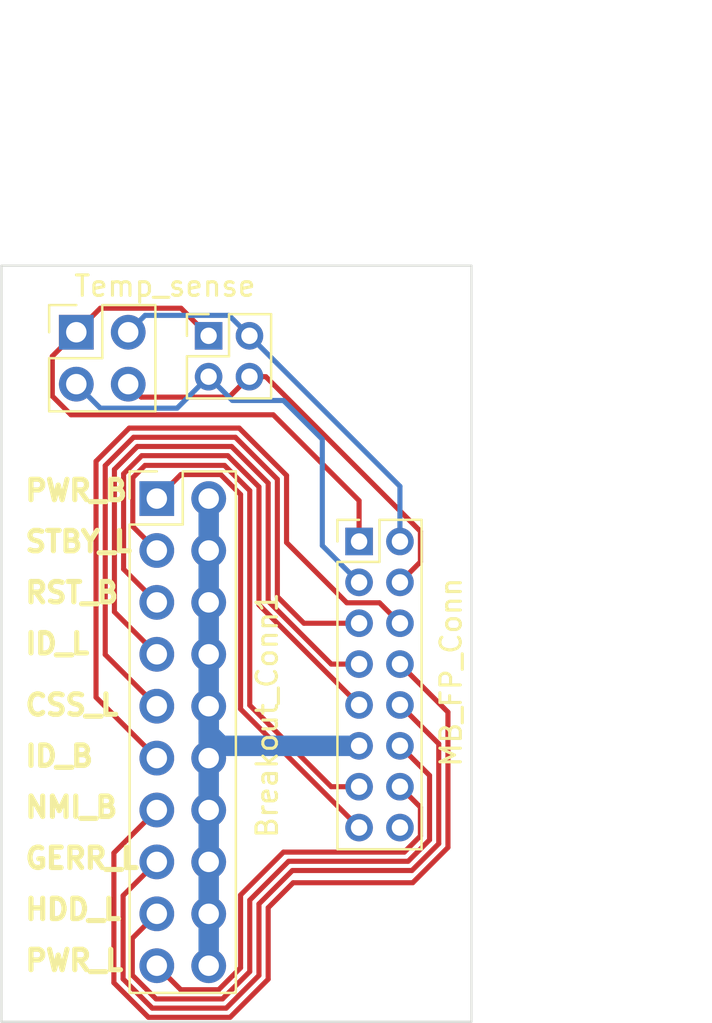
<source format=kicad_pcb>
(kicad_pcb (version 20221018) (generator pcbnew)
  (layers (0 "F.Cu" signal) (31 "B.Cu" signal) (34 "B.Paste" user) (35 "F.Paste" user) (36 "B.SilkS" user "B.Silkscreen") (37 "F.SilkS" user "F.Silkscreen") (38 "B.Mask" user) (39 "F.Mask" user) (44 "Edge.Cuts" user))
  (net 0 "")
  (net 1 "/SDA")
  (net 3 "/PWR_BTN")
  (net 4 "/GND")
  (net 5 "/Standby_LED")
  (net 6 "/Reset_BTN")
  (net 7 "/ID_LED")
  (net 8 "/CSS_LED")
  (net 9 "/ID_BTN")
  (net 10 "/NMI_BTN")
  (net 11 "/GErr_LED")
  (net 12 "/HDD_LED")
  (net 13 "/PWR_LED")
  (net 14 "/3.3v")
  (net 15 "/SCL")
  (footprint "MountingHole:MountingHole_3.5mm" (layer "F.Cu") (at 35.5 48)
    (fp_text reference "REF**" hide)
    (fp_text value "MountingHole_3.5mm" hide)
    (pad "" np_thru_hole circle (at 0 0) (size 3.5 3.5) (drill 3.5) (layers "*.Cu" "*.Mask"))
  )
  (footprint "Connector_PinHeader_2.00mm:PinHeader_2x08_P2.00mm_Vertical" (layer "F.Cu") (at 34.5 57.5)
    (fp_text reference "MB_FP_Conn1" hide)
    (fp_text value "MB_FP_Conn" (at 4.5 6.4 90) (layer "F.SilkS"))
    (fp_line (start -1.06 -1.06) (end 0 -1.06) (stroke (width 0.12)) (layer "F.SilkS"))
    (fp_line (start -1.06 0) (end -1.06 -1.06) (stroke (width 0.12)) (layer "F.SilkS"))
    (fp_line (start -1.06 1) (end -1.06 15.06) (stroke (width 0.12)) (layer "F.SilkS"))
    (fp_line (start -1.06 1) (end 1 1) (stroke (width 0.12)) (layer "F.SilkS"))
    (fp_line (start -1.06 15.06) (end 3.06 15.06) (stroke (width 0.12)) (layer "F.SilkS"))
    (fp_line (start 1 -1.06) (end 3.06 -1.06) (stroke (width 0.12)) (layer "F.SilkS"))
    (fp_line (start 1 1) (end 1 -1.06) (stroke (width 0.12)) (layer "F.SilkS"))
    (fp_line (start 3.06 -1.06) (end 3.06 15.06) (stroke (width 0.12)) (layer "F.SilkS"))
    (pad "1" thru_hole rect (at 0 0) (size 1.35 1.35) (drill 0.8) (layers "*.Cu" "*.Mask") (net 1 "/SDA"))
    (pad "2" thru_hole oval (at 2 0) (size 1.35 1.35) (drill 0.8) (layers "*.Cu" "*.Mask") (net 14 "/3.3v"))
    (pad "3" thru_hole oval (at 0 2) (size 1.35 1.35) (drill 0.8) (layers "*.Cu" "*.Mask") (net 4 "/GND"))
    (pad "4" thru_hole oval (at 2 2) (size 1.35 1.35) (drill 0.8) (layers "*.Cu" "*.Mask") (net 15 "/SCL"))
    (pad "5" thru_hole oval (at 0 4) (size 1.35 1.35) (drill 0.8) (layers "*.Cu" "*.Mask") (net 8 "/CSS_LED"))
    (pad "6" thru_hole oval (at 2 4) (size 1.35 1.35) (drill 0.8) (layers "*.Cu" "*.Mask") (net 9 "/ID_BTN"))
    (pad "7" thru_hole oval (at 0 6) (size 1.35 1.35) (drill 0.8) (layers "*.Cu" "*.Mask") (net 7 "/ID_LED"))
    (pad "8" thru_hole oval (at 2 6) (size 1.35 1.35) (drill 0.8) (layers "*.Cu" "*.Mask") (net 10 "/NMI_BTN"))
    (pad "9" thru_hole oval (at 0 8) (size 1.35 1.35) (drill 0.8) (layers "*.Cu" "*.Mask") (net 6 "/Reset_BTN"))
    (pad "10" thru_hole oval (at 2 8) (size 1.35 1.35) (drill 0.8) (layers "*.Cu" "*.Mask") (net 11 "/GErr_LED"))
    (pad "11" thru_hole oval (at 0 10) (size 1.35 1.35) (drill 0.8) (layers "*.Cu" "*.Mask") (net 4 "/GND"))
    (pad "12" thru_hole oval (at 2 10) (size 1.35 1.35) (drill 0.8) (layers "*.Cu" "*.Mask") (net 12 "/HDD_LED"))
    (pad "13" thru_hole oval (at 0 12) (size 1.35 1.35) (drill 0.8) (layers "*.Cu" "*.Mask") (net 5 "/Standby_LED"))
    (pad "14" thru_hole oval (at 2 12) (size 1.35 1.35) (drill 0.8) (layers "*.Cu" "*.Mask") (net 13 "/PWR_LED"))
    (pad "15" thru_hole oval (at 0 14) (size 1.35 1.35) (drill 0.8) (layers "*.Cu" "*.Mask") (net 3 "/PWR_BTN"))
    (pad "16" thru_hole oval (at 2 14) (size 1.35 1.35) (drill 0.8) (layers "*.Cu" "*.Mask"))
  )
  (footprint "Connector_PinHeader_2.54mm:PinHeader_2x10_P2.54mm_Vertical" (layer "F.Cu") (at 24.6 55.4)
    (fp_text reference "Breakout_Conn1" (at 5.4 10.6 90) (layer "F.SilkS"))
    (fp_text value "Breakout_Conn" hide)
    (fp_line (start -1.33 -1.33) (end 0 -1.33) (stroke (width 0.12)) (layer "F.SilkS"))
    (fp_line (start -1.33 0) (end -1.33 -1.33) (stroke (width 0.12)) (layer "F.SilkS"))
    (fp_line (start -1.33 1.27) (end -1.33 24.19) (stroke (width 0.12)) (layer "F.SilkS"))
    (fp_line (start -1.33 1.27) (end 1.27 1.27) (stroke (width 0.12)) (layer "F.SilkS"))
    (fp_line (start -1.33 24.19) (end 3.87 24.19) (stroke (width 0.12)) (layer "F.SilkS"))
    (fp_line (start 1.27 -1.33) (end 3.87 -1.33) (stroke (width 0.12)) (layer "F.SilkS"))
    (fp_line (start 1.27 1.27) (end 1.27 -1.33) (stroke (width 0.12)) (layer "F.SilkS"))
    (fp_line (start 3.87 -1.33) (end 3.87 24.19) (stroke (width 0.12)) (layer "F.SilkS"))
    (pad "1" thru_hole rect (at 0 0) (size 1.7 1.7) (drill 1) (layers "*.Cu" "*.Mask") (net 3 "/PWR_BTN"))
    (pad "2" thru_hole oval (at 2.54 0) (size 1.7 1.7) (drill 1) (layers "*.Cu" "*.Mask") (net 4 "/GND"))
    (pad "3" thru_hole oval (at 0 2.54) (size 1.7 1.7) (drill 1) (layers "*.Cu" "*.Mask") (net 5 "/Standby_LED"))
    (pad "4" thru_hole oval (at 2.54 2.54) (size 1.7 1.7) (drill 1) (layers "*.Cu" "*.Mask") (net 4 "/GND"))
    (pad "5" thru_hole oval (at 0 5.08) (size 1.7 1.7) (drill 1) (layers "*.Cu" "*.Mask") (net 6 "/Reset_BTN"))
    (pad "6" thru_hole oval (at 2.54 5.08) (size 1.7 1.7) (drill 1) (layers "*.Cu" "*.Mask") (net 4 "/GND"))
    (pad "7" thru_hole oval (at 0 7.62) (size 1.7 1.7) (drill 1) (layers "*.Cu" "*.Mask") (net 7 "/ID_LED"))
    (pad "8" thru_hole oval (at 2.54 7.62) (size 1.7 1.7) (drill 1) (layers "*.Cu" "*.Mask") (net 4 "/GND"))
    (pad "9" thru_hole oval (at 0 10.16) (size 1.7 1.7) (drill 1) (layers "*.Cu" "*.Mask") (net 8 "/CSS_LED"))
    (pad "10" thru_hole oval (at 2.54 10.16) (size 1.7 1.7) (drill 1) (layers "*.Cu" "*.Mask") (net 4 "/GND"))
    (pad "11" thru_hole oval (at 0 12.7) (size 1.7 1.7) (drill 1) (layers "*.Cu" "*.Mask") (net 9 "/ID_BTN"))
    (pad "12" thru_hole oval (at 2.54 12.7) (size 1.7 1.7) (drill 1) (layers "*.Cu" "*.Mask") (net 4 "/GND"))
    (pad "13" thru_hole oval (at 0 15.24) (size 1.7 1.7) (drill 1) (layers "*.Cu" "*.Mask") (net 10 "/NMI_BTN"))
    (pad "14" thru_hole oval (at 2.54 15.24) (size 1.7 1.7) (drill 1) (layers "*.Cu" "*.Mask") (net 4 "/GND"))
    (pad "15" thru_hole oval (at 0 17.78) (size 1.7 1.7) (drill 1) (layers "*.Cu" "*.Mask") (net 11 "/GErr_LED"))
    (pad "16" thru_hole oval (at 2.54 17.78) (size 1.7 1.7) (drill 1) (layers "*.Cu" "*.Mask") (net 4 "/GND"))
    (pad "17" thru_hole oval (at 0 20.32) (size 1.7 1.7) (drill 1) (layers "*.Cu" "*.Mask") (net 12 "/HDD_LED"))
    (pad "18" thru_hole oval (at 2.54 20.32) (size 1.7 1.7) (drill 1) (layers "*.Cu" "*.Mask") (net 4 "/GND"))
    (pad "19" thru_hole oval (at 0 22.86) (size 1.7 1.7) (drill 1) (layers "*.Cu" "*.Mask") (net 13 "/PWR_LED"))
    (pad "20" thru_hole oval (at 2.54 22.86) (size 1.7 1.7) (drill 1) (layers "*.Cu" "*.Mask") (net 4 "/GND"))
  )
  (footprint "Connector_PinHeader_2.54mm:PinHeader_2x02_P2.54mm_Vertical" (layer "F.Cu") (at 20.66 47.26)
    (fp_text reference "Temp_sense" (at 4.34 -2.26) (layer "F.SilkS"))
    (fp_text value "Temp_sense2" hide)
    (fp_line (start -1.33 -1.33) (end 0 -1.33) (stroke (width 0.12)) (layer "F.SilkS"))
    (fp_line (start -1.33 0) (end -1.33 -1.33) (stroke (width 0.12)) (layer "F.SilkS"))
    (fp_line (start -1.33 1.27) (end -1.33 3.87) (stroke (width 0.12)) (layer "F.SilkS"))
    (fp_line (start -1.33 1.27) (end 1.27 1.27) (stroke (width 0.12)) (layer "F.SilkS"))
    (fp_line (start -1.33 3.87) (end 3.87 3.87) (stroke (width 0.12)) (layer "F.SilkS"))
    (fp_line (start 1.27 -1.33) (end 3.87 -1.33) (stroke (width 0.12)) (layer "F.SilkS"))
    (fp_line (start 1.27 1.27) (end 1.27 -1.33) (stroke (width 0.12)) (layer "F.SilkS"))
    (fp_line (start 3.87 -1.33) (end 3.87 3.87) (stroke (width 0.12)) (layer "F.SilkS"))
    (pad "1" thru_hole rect (at 0 0) (size 1.7 1.7) (drill 1) (layers "*.Cu" "*.Mask") (net 1 "/SDA"))
    (pad "2" thru_hole oval (at 2.54 0) (size 1.7 1.7) (drill 1) (layers "*.Cu" "*.Mask") (net 14 "/3.3v"))
    (pad "3" thru_hole oval (at 0 2.54) (size 1.7 1.7) (drill 1) (layers "*.Cu" "*.Mask") (net 4 "/GND"))
    (pad "4" thru_hole oval (at 2.54 2.54) (size 1.7 1.7) (drill 1) (layers "*.Cu" "*.Mask") (net 15 "/SCL"))
  )
  (footprint "Connector_PinHeader_2.00mm:PinHeader_2x02_P2.00mm_Vertical" (layer "F.Cu") (at 27.135 47.435)
    (fp_text reference "Temp_sense2" hide)
    (fp_text value "Temp_sense" hide)
    (fp_line (start -1.06 -1.06) (end 0 -1.06) (stroke (width 0.12)) (layer "F.SilkS"))
    (fp_line (start -1.06 0) (end -1.06 -1.06) (stroke (width 0.12)) (layer "F.SilkS"))
    (fp_line (start -1.06 1) (end -1.06 3.06) (stroke (width 0.12)) (layer "F.SilkS"))
    (fp_line (start -1.06 1) (end 1 1) (stroke (width 0.12)) (layer "F.SilkS"))
    (fp_line (start -1.06 3.06) (end 3.06 3.06) (stroke (width 0.12)) (layer "F.SilkS"))
    (fp_line (start 1 -1.06) (end 3.06 -1.06) (stroke (width 0.12)) (layer "F.SilkS"))
    (fp_line (start 1 1) (end 1 -1.06) (stroke (width 0.12)) (layer "F.SilkS"))
    (fp_line (start 3.06 -1.06) (end 3.06 3.06) (stroke (width 0.12)) (layer "F.SilkS"))
    (pad "1" thru_hole rect (at 0 0) (size 1.35 1.35) (drill 0.8) (layers "*.Cu" "*.Mask") (net 1 "/SDA"))
    (pad "2" thru_hole oval (at 2 0) (size 1.35 1.35) (drill 0.8) (layers "*.Cu" "*.Mask") (net 14 "/3.3v"))
    (pad "3" thru_hole oval (at 0 2) (size 1.35 1.35) (drill 0.8) (layers "*.Cu" "*.Mask") (net 4 "/GND"))
    (pad "4" thru_hole oval (at 2 2) (size 1.35 1.35) (drill 0.8) (layers "*.Cu" "*.Mask") (net 15 "/SCL"))
  )
  (gr_line (start 40 44) (end 40 81) (stroke (width 0.1)) (layer "Edge.Cuts"))
  (gr_line (start 17 44) (end 40 44) (stroke (width 0.1)) (layer "Edge.Cuts"))
  (gr_line (start 17 81) (end 17 44) (stroke (width 0.1)) (layer "Edge.Cuts"))
  (gr_line (start 40 81) (end 17 81) (stroke (width 0.1)) (layer "Edge.Cuts"))
  (gr_text "ID_B" (at 18.04 68.59) (layer "F.SilkS") (effects (font (size 1 1) (thickness 0.25) bold) (justify left bottom)))
  (gr_text "ID_L" (at 18.04 63.09) (layer "F.SilkS") (effects (font (size 1 1) (thickness 0.25) bold) (justify left bottom)))
  (gr_text "NMI_B" (at 18.04 71.09) (layer "F.SilkS") (effects (font (size 1 1) (thickness 0.25) bold) (justify left bottom)))
  (gr_text "GERR_L" (at 18.04 73.59) (layer "F.SilkS") (effects (font (size 1 1) (thickness 0.25) bold) (justify left bottom)))
  (gr_text "CSS_L" (at 18.04 66.09) (layer "F.SilkS") (effects (font (size 1 1) (thickness 0.25) bold) (justify left bottom)))
  (gr_text "HDD_L" (at 18.04 76.09) (layer "F.SilkS") (effects (font (size 1 1) (thickness 0.25) bold) (justify left bottom)))
  (gr_text "PWR_B" (at 18.04 55.59) (layer "F.SilkS") (effects (font (size 1 1) (thickness 0.25) bold) (justify left bottom)))
  (gr_text "RST_B" (at 18.04 60.59) (layer "F.SilkS") (effects (font (size 1 1) (thickness 0.25) bold) (justify left bottom)))
  (gr_text "STBY_L" (at 18.04 58.09) (layer "F.SilkS") (effects (font (size 1 1) (thickness 0.25) bold) (justify left bottom)))
  (gr_text "PWR_L" (at 18.04 78.59) (layer "F.SilkS") (effects (font (size 1 1) (thickness 0.25) bold) (justify left bottom)))
  (segment (start 34.5 55.5) (end 34.5 57.5) (width 0.25) (layer "F.Cu") (net 1))
  (segment (start 19.485 48.435) (end 19.485 50.385) (width 0.25) (layer "F.Cu") (net 1))
  (segment (start 25.785 46.085) (end 27.135 47.435) (width 0.25) (layer "F.Cu") (net 1))
  (segment (start 20.66 47.26) (end 19.485 48.435) (width 0.25) (layer "F.Cu") (net 1))
  (segment (start 20.66 47.26) (end 21.835 46.085) (width 0.25) (layer "F.Cu") (net 1))
  (segment (start 20.4 51.3) (end 30.3 51.3) (width 0.25) (layer "F.Cu") (net 1))
  (segment (start 21.835 46.085) (end 25.785 46.085) (width 0.25) (layer "F.Cu") (net 1))
  (segment (start 30.3 51.3) (end 34.5 55.5) (width 0.25) (layer "F.Cu") (net 1))
  (segment (start 19.485 50.385) (end 20.4 51.3) (width 0.25) (layer "F.Cu") (net 1))
  (segment (start 28.7 65.7) (end 34.5 71.5) (width 0.25) (layer "F.Cu") (net 3))
  (segment (start 27.725 54.225) (end 28.7 55.2) (width 0.25) (layer "F.Cu") (net 3))
  (segment (start 28.7 55.2) (end 28.7 65.7) (width 0.25) (layer "F.Cu") (net 3))
  (segment (start 24.6 55.4) (end 25.775 54.225) (width 0.25) (layer "F.Cu") (net 3))
  (segment (start 25.775 54.225) (end 27.725 54.225) (width 0.25) (layer "F.Cu") (net 3))
  (segment (start 32.7 57.7) (end 32.7 52.5) (width 0.25) (layer "B.Cu") (net 4))
  (segment (start 27.14 55.4) (end 27.14 78.26) (width 1) (layer "B.Cu") (net 4))
  (segment (start 25.595 50.975) (end 21.835 50.975) (width 0.25) (layer "B.Cu") (net 4))
  (segment (start 27.14 66.9) (end 27.74 67.5) (width 1) (layer "B.Cu") (net 4))
  (segment (start 34.5 67.5) (end 27.74 67.5) (width 1) (layer "B.Cu") (net 4))
  (segment (start 27.74 67.5) (end 27.14 68.1) (width 1) (layer "B.Cu") (net 4))
  (segment (start 30.8 50.6) (end 28.3 50.6) (width 0.25) (layer "B.Cu") (net 4))
  (segment (start 27.135 49.435) (end 25.595 50.975) (width 0.25) (layer "B.Cu") (net 4))
  (segment (start 34.5 59.5) (end 32.7 57.7) (width 0.25) (layer "B.Cu") (net 4))
  (segment (start 28.3 50.6) (end 27.135 49.435) (width 0.25) (layer "B.Cu") (net 4))
  (segment (start 21.835 50.975) (end 20.66 49.8) (width 0.25) (layer "B.Cu") (net 4))
  (segment (start 32.7 52.5) (end 30.8 50.6) (width 0.25) (layer "B.Cu") (net 4))
  (segment (start 27.14 65.56) (end 27.14 66.9) (width 1) (layer "B.Cu") (net 4))
  (segment (start 29.15 65.513604) (end 29.15 55.013604) (width 0.25) (layer "F.Cu") (net 5))
  (segment (start 23.425 56.765) (end 24.6 57.94) (width 0.25) (layer "F.Cu") (net 5))
  (segment (start 24.025 53.775) (end 23.425 54.375) (width 0.25) (layer "F.Cu") (net 5))
  (segment (start 29.15 55.013604) (end 27.911396 53.775) (width 0.25) (layer "F.Cu") (net 5))
  (segment (start 23.425 54.375) (end 23.425 56.765) (width 0.25) (layer "F.Cu") (net 5))
  (segment (start 34.5 69.5) (end 33.136396 69.5) (width 0.25) (layer "F.Cu") (net 5))
  (segment (start 27.911396 53.775) (end 24.025 53.775) (width 0.25) (layer "F.Cu") (net 5))
  (segment (start 33.136396 69.5) (end 29.15 65.513604) (width 0.25) (layer "F.Cu") (net 5))
  (segment (start 22.975 54.188604) (end 23.863604 53.3) (width 0.25) (layer "F.Cu") (net 6))
  (segment (start 23.863604 53.3) (end 28.072792 53.3) (width 0.25) (layer "F.Cu") (net 6))
  (segment (start 29.6 60.6) (end 34.5 65.5) (width 0.25) (layer "F.Cu") (net 6))
  (segment (start 29.6 54.827208) (end 29.6 60.6) (width 0.25) (layer "F.Cu") (net 6))
  (segment (start 28.072792 53.3) (end 29.6 54.827208) (width 0.25) (layer "F.Cu") (net 6))
  (segment (start 24.6 60.48) (end 22.975 58.855) (width 0.25) (layer "F.Cu") (net 6))
  (segment (start 22.975 58.855) (end 22.975 54.188604) (width 0.25) (layer "F.Cu") (net 6))
  (segment (start 28.259188 52.85) (end 23.65 52.85) (width 0.25) (layer "F.Cu") (net 7))
  (segment (start 33.136396 63.5) (end 30.05 60.413604) (width 0.25) (layer "F.Cu") (net 7))
  (segment (start 30.05 60.413604) (end 30.05 54.640812) (width 0.25) (layer "F.Cu") (net 7))
  (segment (start 22.525 60.945) (end 24.6 63.02) (width 0.25) (layer "F.Cu") (net 7))
  (segment (start 23.65 52.85) (end 22.525 53.975) (width 0.25) (layer "F.Cu") (net 7))
  (segment (start 22.525 53.975) (end 22.525 60.945) (width 0.25) (layer "F.Cu") (net 7))
  (segment (start 30.05 54.640812) (end 28.259188 52.85) (width 0.25) (layer "F.Cu") (net 7))
  (segment (start 34.5 63.5) (end 33.136396 63.5) (width 0.25) (layer "F.Cu") (net 7))
  (segment (start 28.445584 52.4) (end 23.463604 52.4) (width 0.25) (layer "F.Cu") (net 8))
  (segment (start 22.075 63.035) (end 24.6 65.56) (width 0.25) (layer "F.Cu") (net 8))
  (segment (start 34.5 61.5) (end 31.8 61.5) (width 0.25) (layer "F.Cu") (net 8))
  (segment (start 23.463604 52.4) (end 22.075 53.788604) (width 0.25) (layer "F.Cu") (net 8))
  (segment (start 30.5 60.2) (end 30.5 54.454416) (width 0.25) (layer "F.Cu") (net 8))
  (segment (start 31.8 61.5) (end 30.5 60.2) (width 0.25) (layer "F.Cu") (net 8))
  (segment (start 22.075 53.788604) (end 22.075 63.035) (width 0.25) (layer "F.Cu") (net 8))
  (segment (start 30.5 54.454416) (end 28.445584 52.4) (width 0.25) (layer "F.Cu") (net 8))
  (segment (start 28.63198 51.95) (end 23.25 51.95) (width 0.25) (layer "F.Cu") (net 9))
  (segment (start 30.95 57.55) (end 30.95 54.26802) (width 0.25) (layer "F.Cu") (net 9))
  (segment (start 36.5 61.5) (end 35.5 60.5) (width 0.25) (layer "F.Cu") (net 9))
  (segment (start 35.5 60.5) (end 33.9 60.5) (width 0.25) (layer "F.Cu") (net 9))
  (segment (start 30.95 54.26802) (end 28.63198 51.95) (width 0.25) (layer "F.Cu") (net 9))
  (segment (start 23.25 51.95) (end 21.625 53.575) (width 0.25) (layer "F.Cu") (net 9))
  (segment (start 21.625 53.575) (end 21.625 65.125) (width 0.25) (layer "F.Cu") (net 9))
  (segment (start 33.9 60.5) (end 30.95 57.55) (width 0.25) (layer "F.Cu") (net 9))
  (segment (start 21.625 65.125) (end 24.6 68.1) (width 0.25) (layer "F.Cu") (net 9))
  (segment (start 31.272792 74.2) (end 30.05 75.422792) (width 0.25) (layer "F.Cu") (net 10))
  (segment (start 24.190507 80.785) (end 22.5 79.094493) (width 0.25) (layer "F.Cu") (net 10))
  (segment (start 22.5 72.74) (end 24.6 70.64) (width 0.25) (layer "F.Cu") (net 10))
  (segment (start 37.123402 74.2) (end 31.272792 74.2) (width 0.25) (layer "F.Cu") (net 10))
  (segment (start 30.05 75.422792) (end 30.05 78.920889) (width 0.25) (layer "F.Cu") (net 10))
  (segment (start 22.5 79.094493) (end 22.5 72.74) (width 0.25) (layer "F.Cu") (net 10))
  (segment (start 30.05 78.920889) (end 28.185889 80.785) (width 0.25) (layer "F.Cu") (net 10))
  (segment (start 36.5 63.5) (end 38.85 65.85) (width 0.25) (layer "F.Cu") (net 10))
  (segment (start 38.85 65.85) (end 38.85 72.473402) (width 0.25) (layer "F.Cu") (net 10))
  (segment (start 38.85 72.473402) (end 37.123402 74.2) (width 0.25) (layer "F.Cu") (net 10))
  (segment (start 28.185889 80.785) (end 24.190507 80.785) (width 0.25) (layer "F.Cu") (net 10))
  (segment (start 29.6 78.734493) (end 29.6 75.236396) (width 0.25) (layer "F.Cu") (net 11))
  (segment (start 24.376903 80.335) (end 27.999493 80.335) (width 0.25) (layer "F.Cu") (net 11))
  (segment (start 22.95 78.908097) (end 24.376903 80.335) (width 0.25) (layer "F.Cu") (net 11))
  (segment (start 38.4 72.287006) (end 38.4 67.4) (width 0.25) (layer "F.Cu") (net 11))
  (segment (start 37.087006 73.6) (end 38.4 72.287006) (width 0.25) (layer "F.Cu") (net 11))
  (segment (start 29.6 75.236396) (end 31.236396 73.6) (width 0.25) (layer "F.Cu") (net 11))
  (segment (start 27.999493 80.335) (end 29.6 78.734493) (width 0.25) (layer "F.Cu") (net 11))
  (segment (start 38.4 67.4) (end 36.5 65.5) (width 0.25) (layer "F.Cu") (net 11))
  (segment (start 24.6 73.18) (end 22.95 74.83) (width 0.25) (layer "F.Cu") (net 11))
  (segment (start 22.95 74.83) (end 22.95 78.908097) (width 0.25) (layer "F.Cu") (net 11))
  (segment (start 31.236396 73.6) (end 37.087006 73.6) (width 0.25) (layer "F.Cu") (net 11))
  (segment (start 36.90061 73.15) (end 31.05 73.15) (width 0.25) (layer "F.Cu") (net 12))
  (segment (start 23.4 78.721701) (end 23.4 76.92) (width 0.25) (layer "F.Cu") (net 12))
  (segment (start 29.15 78.548097) (end 27.813097 79.885) (width 0.25) (layer "F.Cu") (net 12))
  (segment (start 27.813097 79.885) (end 24.563299 79.885) (width 0.25) (layer "F.Cu") (net 12))
  (segment (start 36.5 67.5) (end 37.95 68.95) (width 0.25) (layer "F.Cu") (net 12))
  (segment (start 29.15 75.05) (end 29.15 78.548097) (width 0.25) (layer "F.Cu") (net 12))
  (segment (start 24.563299 79.885) (end 23.4 78.721701) (width 0.25) (layer "F.Cu") (net 12))
  (segment (start 23.4 76.92) (end 24.6 75.72) (width 0.25) (layer "F.Cu") (net 12))
  (segment (start 37.95 68.95) (end 37.95 72.10061) (width 0.25) (layer "F.Cu") (net 12))
  (segment (start 37.95 72.10061) (end 36.90061 73.15) (width 0.25) (layer "F.Cu") (net 12))
  (segment (start 31.05 73.15) (end 29.15 75.05) (width 0.25) (layer "F.Cu") (net 12))
  (segment (start 27.626701 79.435) (end 28.7 78.361701) (width 0.25) (layer "F.Cu") (net 13))
  (segment (start 37.5 71.914214) (end 37.5 70.5) (width 0.25) (layer "F.Cu") (net 13))
  (segment (start 30.8 72.7) (end 36.714214 72.7) (width 0.25) (layer "F.Cu") (net 13))
  (segment (start 25.775 79.435) (end 27.626701 79.435) (width 0.25) (layer "F.Cu") (net 13))
  (segment (start 36.714214 72.7) (end 37.5 71.914214) (width 0.25) (layer "F.Cu") (net 13))
  (segment (start 24.6 78.26) (end 25.775 79.435) (width 0.25) (layer "F.Cu") (net 13))
  (segment (start 37.5 70.5) (end 36.5 69.5) (width 0.25) (layer "F.Cu") (net 13))
  (segment (start 28.7 74.8) (end 30.8 72.7) (width 0.25) (layer "F.Cu") (net 13))
  (segment (start 28.7 78.361701) (end 28.7 74.8) (width 0.25) (layer "F.Cu") (net 13))
  (segment (start 29.135 47.435) (end 28.135 46.435) (width 0.25) (layer "B.Cu") (net 14))
  (segment (start 24.025 46.435) (end 23.2 47.26) (width 0.25) (layer "B.Cu") (net 14))
  (segment (start 28.135 46.435) (end 24.025 46.435) (width 0.25) (layer "B.Cu") (net 14))
  (segment (start 36.5 57.5) (end 36.5 54.8) (width 0.25) (layer "B.Cu") (net 14))
  (segment (start 36.5 54.8) (end 29.135 47.435) (width 0.25) (layer "B.Cu") (net 14))
  (segment (start 29.935 49.435) (end 29.135 49.435) (width 0.25) (layer "F.Cu") (net 15))
  (segment (start 29.135 49.435) (end 28.135 50.435) (width 0.25) (layer "F.Cu") (net 15))
  (segment (start 37.5 58.5) (end 37.5 57) (width 0.25) (layer "F.Cu") (net 15))
  (segment (start 23.835 50.435) (end 23.2 49.8) (width 0.25) (layer "F.Cu") (net 15))
  (segment (start 28.135 50.435) (end 23.835 50.435) (width 0.25) (layer "F.Cu") (net 15))
  (segment (start 37.5 57) (end 29.935 49.435) (width 0.25) (layer "F.Cu") (net 15))
  (segment (start 36.5 59.5) (end 37.5 58.5) (width 0.25) (layer "F.Cu") (net 15))
)
</source>
